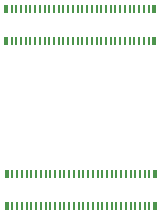
<source format=gbr>
%TF.GenerationSoftware,KiCad,Pcbnew,7.0.9*%
%TF.CreationDate,2023-12-16T04:09:15+09:00*%
%TF.ProjectId,ds_test_board3,64735f74-6573-4745-9f62-6f617264332e,rev?*%
%TF.SameCoordinates,Original*%
%TF.FileFunction,Paste,Bot*%
%TF.FilePolarity,Positive*%
%FSLAX46Y46*%
G04 Gerber Fmt 4.6, Leading zero omitted, Abs format (unit mm)*
G04 Created by KiCad (PCBNEW 7.0.9) date 2023-12-16 04:09:15*
%MOMM*%
%LPD*%
G01*
G04 APERTURE LIST*
%ADD10R,0.350000X0.660000*%
%ADD11R,0.230000X0.660000*%
G04 APERTURE END LIST*
D10*
%TO.C,J1*%
X162333000Y-111620000D03*
X162333000Y-114330000D03*
X174883000Y-114330000D03*
X174883000Y-111620000D03*
D11*
X162808000Y-111620000D03*
X162808000Y-114330000D03*
X163208000Y-111620000D03*
X163208000Y-114330000D03*
X163608000Y-111620000D03*
X163608000Y-114330000D03*
X164008000Y-111620000D03*
X164008000Y-114330000D03*
X164408000Y-111620000D03*
X164408000Y-114330000D03*
X164808000Y-111620000D03*
X164808000Y-114330000D03*
X165208000Y-111620000D03*
X165208000Y-114330000D03*
X165608000Y-111620000D03*
X165608000Y-114330000D03*
X166008000Y-111620000D03*
X166008000Y-114330000D03*
X166408000Y-111620000D03*
X166408000Y-114330000D03*
X166808000Y-111620000D03*
X166808000Y-114330000D03*
X167208000Y-111620000D03*
X167208000Y-114330000D03*
X167608000Y-111620000D03*
X167608000Y-114330000D03*
X168008000Y-111620000D03*
X168008000Y-114330000D03*
X168408000Y-111620000D03*
X168408000Y-114330000D03*
X168808000Y-111620000D03*
X168808000Y-114330000D03*
X169208000Y-111620000D03*
X169208000Y-114330000D03*
X169608000Y-111620000D03*
X169608000Y-114330000D03*
X170008000Y-111620000D03*
X170008000Y-114330000D03*
X170408000Y-111620000D03*
X170408000Y-114330000D03*
X170808000Y-111620000D03*
X170808000Y-114330000D03*
X171208000Y-111620000D03*
X171208000Y-114330000D03*
X171608000Y-111620000D03*
X171608000Y-114330000D03*
X172008000Y-111620000D03*
X172008000Y-114330000D03*
X172408000Y-111620000D03*
X172408000Y-114330000D03*
X172808000Y-111620000D03*
X172808000Y-114330000D03*
X173208000Y-111620000D03*
X173208000Y-114330000D03*
X173608000Y-111620000D03*
X173608000Y-114330000D03*
X174008000Y-111620000D03*
X174008000Y-114330000D03*
X174408000Y-111620000D03*
X174408000Y-114330000D03*
%TD*%
D10*
%TO.C,J2*%
X174801000Y-100330000D03*
X174801000Y-97620000D03*
X162251000Y-97620000D03*
X162251000Y-100330000D03*
D11*
X174326000Y-100330000D03*
X174326000Y-97620000D03*
X173926000Y-100330000D03*
X173926000Y-97620000D03*
X173526000Y-100330000D03*
X173526000Y-97620000D03*
X173126000Y-100330000D03*
X173126000Y-97620000D03*
X172726000Y-100330000D03*
X172726000Y-97620000D03*
X172326000Y-100330000D03*
X172326000Y-97620000D03*
X171926000Y-100330000D03*
X171926000Y-97620000D03*
X171526000Y-100330000D03*
X171526000Y-97620000D03*
X171126000Y-100330000D03*
X171126000Y-97620000D03*
X170726000Y-100330000D03*
X170726000Y-97620000D03*
X170326000Y-100330000D03*
X170326000Y-97620000D03*
X169926000Y-100330000D03*
X169926000Y-97620000D03*
X169526000Y-100330000D03*
X169526000Y-97620000D03*
X169126000Y-100330000D03*
X169126000Y-97620000D03*
X168726000Y-100330000D03*
X168726000Y-97620000D03*
X168326000Y-100330000D03*
X168326000Y-97620000D03*
X167926000Y-100330000D03*
X167926000Y-97620000D03*
X167526000Y-100330000D03*
X167526000Y-97620000D03*
X167126000Y-100330000D03*
X167126000Y-97620000D03*
X166726000Y-100330000D03*
X166726000Y-97620000D03*
X166326000Y-100330000D03*
X166326000Y-97620000D03*
X165926000Y-100330000D03*
X165926000Y-97620000D03*
X165526000Y-100330000D03*
X165526000Y-97620000D03*
X165126000Y-100330000D03*
X165126000Y-97620000D03*
X164726000Y-100330000D03*
X164726000Y-97620000D03*
X164326000Y-100330000D03*
X164326000Y-97620000D03*
X163926000Y-100330000D03*
X163926000Y-97620000D03*
X163526000Y-100330000D03*
X163526000Y-97620000D03*
X163126000Y-100330000D03*
X163126000Y-97620000D03*
X162726000Y-100330000D03*
X162726000Y-97620000D03*
%TD*%
M02*

</source>
